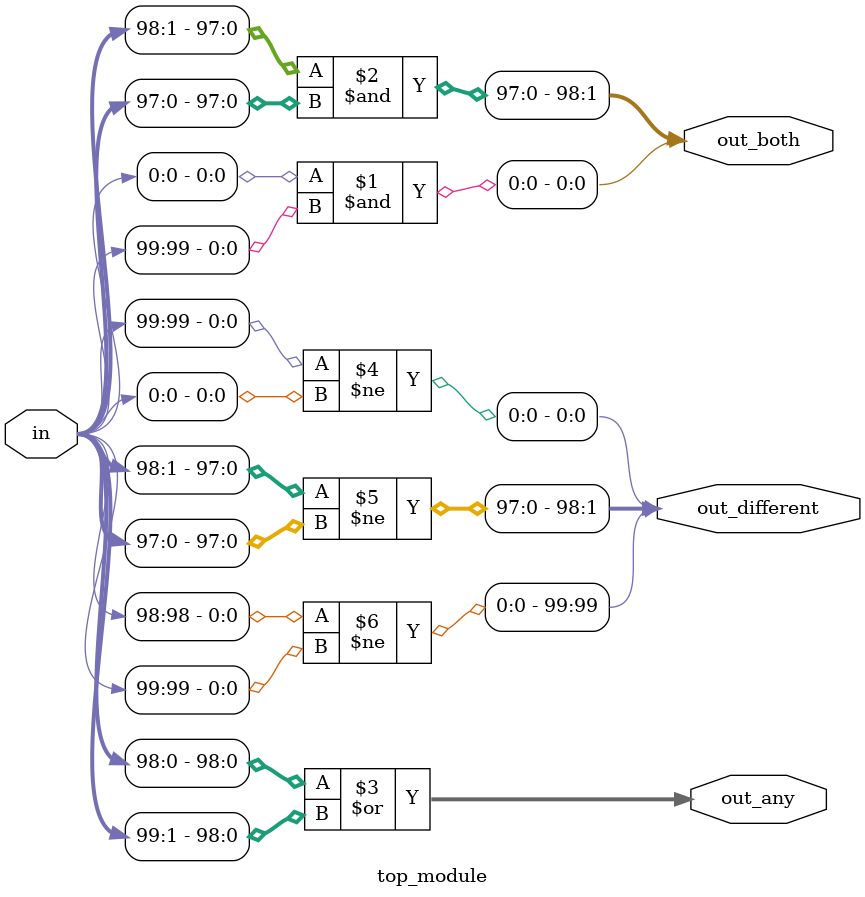
<source format=sv>
module top_module (
	input [99:0] in,
	output [98:0] out_both,
	output [99:1] out_any,
	output [99:0] out_different
);

	// out_both
	assign out_both[0] = in[0] & in[99];
	assign out_both[1:98] = in[1:98] & in[0:97];

	// out_any
	assign out_any[1:99] = in[0:98] | in[1:99];
	
	// out_different
	assign out_different[0] = in[99] != in[0];
	assign out_different[1:98] = in[1:98] != in[0:97];
	assign out_different[99] = in[98] != in[99];

endmodule

</source>
